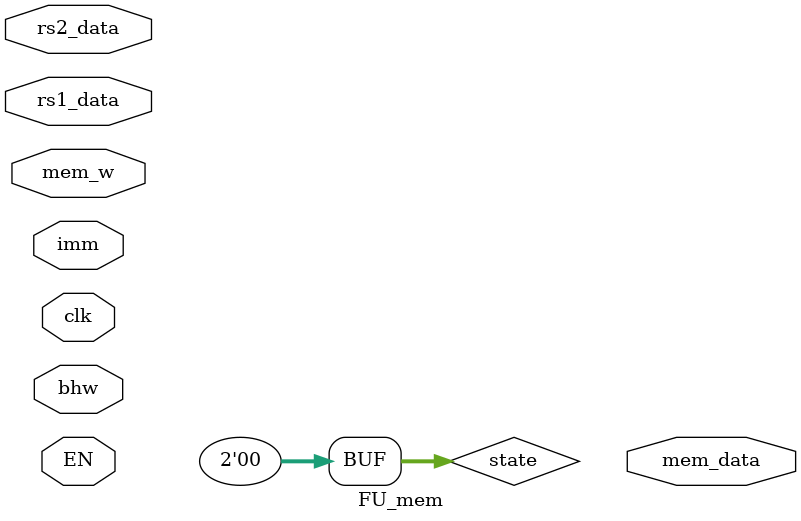
<source format=v>
`timescale 1ns / 1ps

module FU_mem(
    input clk, EN, mem_w,
    input[2:0] bhw,
    input[31:0] rs1_data, rs2_data, imm,
    output[31:0] mem_data
);

    reg[1:0] state;
    initial begin
        state = 0;
    end

    reg mem_w_reg;
    reg[2:0] bhw_reg;
    reg[31:0] rs1_data_reg, rs2_data_reg, imm_reg;

             //! to fill sth.in
    
    wire [31:0] mem_addr;
    add_32 add(.a(rs1_data_reg), .b(imm_reg), .res(mem_addr));

    RAM_B ram();    //! to fill sth.in

endmodule
</source>
